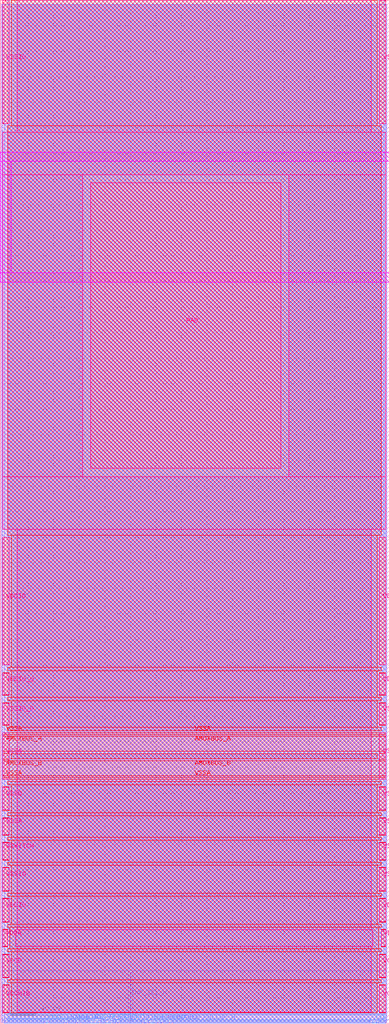
<source format=lef>
MACRO sky130_fd_io__top_xres4v2
  CLASS PAD ;
  FOREIGN sky130_fd_io__top_xres4v2 ;
  ORIGIN 0.515 0.000 ;
  SIZE 76.135 BY 200.000 ;
  PIN PAD_A_ESD_H
    PORT
      LAYER met3 ;
        RECT 17.245 0.000 18.910 0.565 ;
    END
    PORT
      LAYER met2 ;
        RECT 17.245 0.000 18.910 0.565 ;
    END
  END PAD_A_ESD_H
  PIN XRES_H_N
    PORT
      LAYER met3 ;
        RECT 28.935 0.000 29.665 0.330 ;
    END
    PORT
      LAYER met2 ;
        RECT 28.935 0.000 29.665 0.330 ;
    END
  END XRES_H_N
  PIN FILT_IN_H
    PORT
      LAYER met3 ;
        RECT 20.075 0.000 21.225 1.410 ;
    END
    PORT
      LAYER met2 ;
        RECT 20.075 0.000 21.225 1.410 ;
    END
  END FILT_IN_H
  PIN ENABLE_VDDIO
    PORT
      LAYER met3 ;
        RECT 8.400 0.000 8.920 0.330 ;
    END
    PORT
      LAYER met2 ;
        RECT 8.425 0.000 8.895 0.330 ;
    END
  END ENABLE_VDDIO
  PIN TIE_WEAK_HI_H
    PORT
      LAYER met3 ;
        RECT 72.190 0.000 73.260 0.330 ;
    END
    PORT
      LAYER met2 ;
        RECT 72.215 0.000 73.235 0.330 ;
    END
  END TIE_WEAK_HI_H
  PIN ENABLE_H
    PORT
      LAYER met2 ;
        RECT 12.285 0.000 12.545 0.330 ;
    END
    PORT
      LAYER met1 ;
        RECT 12.285 0.000 12.545 0.330 ;
    END
  END ENABLE_H
  PIN PULLUP_H
    PORT
      LAYER met2 ;
        RECT 14.555 0.000 15.135 0.330 ;
    END
    PORT
      LAYER met1 ;
        RECT 14.555 0.000 15.135 0.330 ;
    END
  END PULLUP_H
  PIN EN_VDDIO_SIG_H
    PORT
      LAYER met2 ;
        RECT 22.360 0.000 22.660 0.330 ;
    END
    PORT
      LAYER met1 ;
        RECT 22.360 0.000 22.660 0.330 ;
    END
  END EN_VDDIO_SIG_H
  PIN TIE_LO_ESD
    PORT
      LAYER met2 ;
        RECT 27.580 0.000 28.230 0.330 ;
    END
    PORT
      LAYER met1 ;
        RECT 27.580 0.000 28.230 0.330 ;
    END
  END TIE_LO_ESD
  PIN TIE_HI_ESD
    PORT
      LAYER met2 ;
        RECT 30.505 0.000 31.155 0.330 ;
    END
    PORT
      LAYER met1 ;
        RECT 30.505 0.000 31.155 0.330 ;
    END
  END TIE_HI_ESD
  PIN DISABLE_PULLUP_H
    PORT
      LAYER met2 ;
        RECT 32.760 0.000 33.020 0.330 ;
    END
    PORT
      LAYER met1 ;
        RECT 32.760 0.000 33.020 0.330 ;
    END
  END DISABLE_PULLUP_H
  PIN INP_SEL_H
    PORT
      LAYER met1 ;
        RECT 24.905 0.000 25.135 9.975 ;
    END
  END INP_SEL_H
  PIN VSSIO
    PORT
      LAYER met4 ;
        RECT 0.000 175.785 1.270 200.000 ;
    END
    PORT
      LAYER met4 ;
        RECT 73.730 25.835 75.000 30.485 ;
    END
    PORT
      LAYER met4 ;
        RECT 73.730 175.785 75.000 200.000 ;
    END
    PORT
      LAYER met4 ;
        RECT 0.000 25.835 1.270 30.485 ;
    END
    PORT
      LAYER met5 ;
        RECT 0.000 175.785 1.270 200.000 ;
    END
    PORT
      LAYER met5 ;
        RECT 73.730 25.935 75.000 30.385 ;
    END
    PORT
      LAYER met5 ;
        RECT 73.730 175.785 75.000 200.000 ;
    END
    PORT
      LAYER met5 ;
        RECT 0.000 25.935 1.270 30.385 ;
    END
  END VSSIO
  PIN VSSA
    PORT
      LAYER met4 ;
        RECT 73.730 36.735 75.000 40.185 ;
    END
    PORT
      LAYER met4 ;
        RECT 0.000 56.405 75.000 56.735 ;
    END
    PORT
      LAYER met4 ;
        RECT 0.000 47.735 75.000 48.065 ;
    END
    PORT
      LAYER met4 ;
        RECT 73.730 51.645 75.000 52.825 ;
    END
    PORT
      LAYER met4 ;
        RECT 0.000 36.735 1.270 40.185 ;
    END
    PORT
      LAYER met4 ;
        RECT 0.000 56.405 1.270 56.735 ;
    END
    PORT
      LAYER met4 ;
        RECT 0.000 47.735 1.270 48.065 ;
    END
    PORT
      LAYER met4 ;
        RECT 0.000 51.645 1.270 52.825 ;
    END
    PORT
      LAYER met5 ;
        RECT 73.730 47.735 75.000 56.735 ;
    END
    PORT
      LAYER met5 ;
        RECT 73.730 36.840 75.000 40.085 ;
    END
    PORT
      LAYER met5 ;
        RECT 0.000 36.840 1.270 40.085 ;
    END
    PORT
      LAYER met5 ;
        RECT 0.000 47.735 1.270 56.735 ;
    END
  END VSSA
  PIN VSSD
    PORT
      LAYER met4 ;
        RECT 73.730 41.585 75.000 46.235 ;
    END
    PORT
      LAYER met4 ;
        RECT 0.000 41.585 1.270 46.235 ;
    END
    PORT
      LAYER met5 ;
        RECT 73.730 41.685 75.000 46.135 ;
    END
    PORT
      LAYER met5 ;
        RECT 0.000 41.685 1.270 46.135 ;
    END
  END VSSD
  PIN AMUXBUS_B
    PORT
      LAYER met4 ;
        RECT 0.000 48.365 75.000 51.345 ;
    END
    PORT
      LAYER met4 ;
        RECT 0.000 48.365 1.270 51.345 ;
    END
  END AMUXBUS_B
  PIN AMUXBUS_A
    PORT
      LAYER met4 ;
        RECT 0.000 53.125 75.000 56.105 ;
    END
    PORT
      LAYER met4 ;
        RECT 0.000 53.125 1.270 56.105 ;
    END
  END AMUXBUS_A
  PIN VDDIO_Q
    PORT
      LAYER met4 ;
        RECT 73.730 64.085 75.000 68.535 ;
    END
    PORT
      LAYER met4 ;
        RECT 0.000 64.085 1.270 68.535 ;
    END
    PORT
      LAYER met5 ;
        RECT 73.730 64.185 75.000 68.435 ;
    END
    PORT
      LAYER met5 ;
        RECT 0.000 64.185 1.270 68.435 ;
    END
  END VDDIO_Q
  PIN VDDIO
    PORT
      LAYER met4 ;
        RECT 73.730 70.035 75.000 95.000 ;
    END
    PORT
      LAYER met4 ;
        RECT 73.730 19.785 75.000 24.435 ;
    END
    PORT
      LAYER met4 ;
        RECT 0.000 70.035 1.270 95.000 ;
    END
    PORT
      LAYER met4 ;
        RECT 0.000 19.785 1.270 24.435 ;
    END
    PORT
      LAYER met5 ;
        RECT 73.730 19.885 75.000 24.335 ;
    END
    PORT
      LAYER met5 ;
        RECT 73.730 70.035 75.000 94.985 ;
    END
    PORT
      LAYER met5 ;
        RECT 0.000 70.035 1.270 94.985 ;
    END
    PORT
      LAYER met5 ;
        RECT 0.000 19.885 1.270 24.335 ;
    END
  END VDDIO
  PIN VSWITCH
    PORT
      LAYER met4 ;
        RECT 73.730 31.885 75.000 35.335 ;
    END
    PORT
      LAYER met4 ;
        RECT 0.000 31.885 1.270 35.335 ;
    END
    PORT
      LAYER met5 ;
        RECT 73.730 31.985 75.000 35.235 ;
    END
    PORT
      LAYER met5 ;
        RECT 0.000 31.985 1.270 35.235 ;
    END
  END VSWITCH
  PIN VDDA
    PORT
      LAYER met4 ;
        RECT 74.035 14.935 75.000 18.385 ;
    END
    PORT
      LAYER met4 ;
        RECT 0.000 14.935 0.965 18.385 ;
    END
    PORT
      LAYER met5 ;
        RECT 74.035 15.035 75.000 18.285 ;
    END
    PORT
      LAYER met5 ;
        RECT 0.000 15.035 0.965 18.285 ;
    END
  END VDDA
  PIN VCCD
    PORT
      LAYER met4 ;
        RECT 73.730 8.885 75.000 13.535 ;
    END
    PORT
      LAYER met4 ;
        RECT 0.000 8.885 1.270 13.535 ;
    END
    PORT
      LAYER met5 ;
        RECT 73.730 8.985 75.000 13.435 ;
    END
    PORT
      LAYER met5 ;
        RECT 0.000 8.985 1.270 13.435 ;
    END
  END VCCD
  PIN VCCHIB
    PORT
      LAYER met4 ;
        RECT 73.730 2.035 75.000 7.485 ;
    END
    PORT
      LAYER met4 ;
        RECT 0.000 2.035 1.270 7.485 ;
    END
    PORT
      LAYER met5 ;
        RECT 73.730 2.135 75.000 7.385 ;
    END
    PORT
      LAYER met5 ;
        RECT 0.000 2.135 1.270 7.385 ;
    END
  END VCCHIB
  PIN VSSIO_Q
    PORT
      LAYER met4 ;
        RECT 73.730 58.235 75.000 62.685 ;
    END
    PORT
      LAYER met4 ;
        RECT 0.000 58.235 1.270 62.685 ;
    END
    PORT
      LAYER met5 ;
        RECT 73.730 58.335 75.000 62.585 ;
    END
    PORT
      LAYER met5 ;
        RECT 0.000 58.335 1.270 62.585 ;
    END
  END VSSIO_Q
  PIN PAD
    PORT
      LAYER met5 ;
        RECT 17.250 108.455 54.435 164.285 ;
    END
  END PAD
  OBS
      LAYER nwell ;
        RECT -0.515 168.515 75.620 170.210 ;
        RECT -0.515 146.690 1.675 168.515 ;
        RECT -0.515 144.880 75.620 146.690 ;
      LAYER li1 ;
        RECT -0.265 0.185 75.160 199.220 ;
      LAYER met1 ;
        RECT -0.145 10.255 75.145 199.210 ;
        RECT -0.145 0.610 24.625 10.255 ;
        RECT -0.145 0.185 12.005 0.610 ;
        RECT 12.825 0.185 14.275 0.610 ;
        RECT 15.415 0.185 22.080 0.610 ;
        RECT 22.940 0.185 24.625 0.610 ;
        RECT 25.415 0.610 75.145 10.255 ;
        RECT 25.415 0.185 27.300 0.610 ;
        RECT 28.510 0.185 30.225 0.610 ;
        RECT 31.435 0.185 32.480 0.610 ;
        RECT 33.300 0.185 75.145 0.610 ;
      LAYER met2 ;
        RECT 0.340 1.690 74.915 199.210 ;
        RECT 0.340 0.845 19.795 1.690 ;
        RECT 0.340 0.610 16.965 0.845 ;
        RECT 0.340 0.000 8.145 0.610 ;
        RECT 9.175 0.000 12.005 0.610 ;
        RECT 12.825 0.000 14.275 0.610 ;
        RECT 15.415 0.000 16.965 0.610 ;
        RECT 19.190 0.000 19.795 0.845 ;
        RECT 21.505 0.610 74.915 1.690 ;
        RECT 21.505 0.000 22.080 0.610 ;
        RECT 22.940 0.000 27.300 0.610 ;
        RECT 28.510 0.000 28.655 0.610 ;
        RECT 29.945 0.000 30.225 0.610 ;
        RECT 31.435 0.000 32.480 0.610 ;
        RECT 33.300 0.000 71.935 0.610 ;
        RECT 73.515 0.000 74.915 0.610 ;
      LAYER met3 ;
        RECT 0.965 1.810 74.700 200.000 ;
        RECT 0.965 0.965 19.675 1.810 ;
        RECT 0.965 0.730 16.845 0.965 ;
        RECT 0.965 0.330 8.000 0.730 ;
        RECT 9.320 0.330 16.845 0.730 ;
        RECT 19.310 0.330 19.675 0.965 ;
        RECT 21.625 0.730 74.700 1.810 ;
        RECT 21.625 0.330 28.535 0.730 ;
        RECT 30.065 0.330 71.790 0.730 ;
        RECT 73.660 0.330 74.700 0.730 ;
      LAYER met4 ;
        RECT 1.670 175.385 73.330 200.000 ;
        RECT 0.965 95.400 74.035 175.385 ;
        RECT 1.670 69.635 73.330 95.400 ;
        RECT 0.965 68.935 74.035 69.635 ;
        RECT 1.670 63.685 73.330 68.935 ;
        RECT 0.965 63.085 74.035 63.685 ;
        RECT 1.670 57.835 73.330 63.085 ;
        RECT 0.965 57.135 74.035 57.835 ;
        RECT 1.670 51.745 73.330 52.725 ;
        RECT 0.965 46.635 74.035 47.335 ;
        RECT 1.670 41.185 73.330 46.635 ;
        RECT 0.965 40.585 74.035 41.185 ;
        RECT 1.670 36.335 73.330 40.585 ;
        RECT 0.965 35.735 74.035 36.335 ;
        RECT 1.670 31.485 73.330 35.735 ;
        RECT 0.965 30.885 74.035 31.485 ;
        RECT 1.670 25.435 73.330 30.885 ;
        RECT 0.965 24.835 74.035 25.435 ;
        RECT 1.670 19.385 73.330 24.835 ;
        RECT 0.965 18.785 74.035 19.385 ;
        RECT 1.365 14.535 73.635 18.785 ;
        RECT 0.965 13.935 74.035 14.535 ;
        RECT 1.670 8.485 73.330 13.935 ;
        RECT 0.965 7.885 74.035 8.485 ;
        RECT 1.670 2.035 73.330 7.885 ;
      LAYER met5 ;
        RECT 2.870 174.185 72.130 200.000 ;
        RECT 0.000 165.885 75.000 174.185 ;
        RECT 0.000 106.855 15.650 165.885 ;
        RECT 56.035 106.855 75.000 165.885 ;
        RECT 0.000 96.585 75.000 106.855 ;
        RECT 2.870 18.285 72.130 96.585 ;
        RECT 2.565 15.035 72.435 18.285 ;
        RECT 2.870 2.135 72.130 15.035 ;
  END
END sky130_fd_io__top_xres4v2
END LIBRARY


</source>
